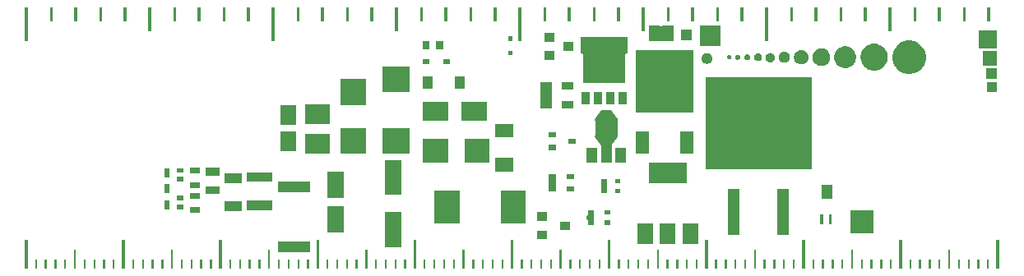
<source format=gbr>
%TF.GenerationSoftware,KiCad,Pcbnew,5.1.4+dfsg1-1*%
%TF.CreationDate,2019-10-24T16:44:30-07:00*%
%TF.ProjectId,PCB_Ruler,5043425f-5275-46c6-9572-2e6b69636164,rev?*%
%TF.SameCoordinates,Original*%
%TF.FileFunction,Soldermask,Top*%
%TF.FilePolarity,Negative*%
%FSLAX46Y46*%
G04 Gerber Fmt 4.6, Leading zero omitted, Abs format (unit mm)*
G04 Created by KiCad (PCBNEW 5.1.4+dfsg1-1) date 2019-10-24 16:44:30*
%MOMM*%
%LPD*%
G04 APERTURE LIST*
%ADD10C,0.100000*%
G04 APERTURE END LIST*
D10*
G36*
X141243000Y-94500000D02*
G01*
X141543000Y-94500000D01*
X141543000Y-93000000D01*
X141243000Y-93000000D01*
X141243000Y-94500000D01*
G37*
G36*
X143760000Y-94500000D02*
G01*
X144060000Y-94500000D01*
X144060000Y-93000000D01*
X143760000Y-93000000D01*
X143760000Y-94500000D01*
G37*
G36*
X136163000Y-94500000D02*
G01*
X136463000Y-94500000D01*
X136463000Y-93000000D01*
X136163000Y-93000000D01*
X136163000Y-94500000D01*
G37*
G36*
X138680000Y-94500000D02*
G01*
X138980000Y-94500000D01*
X138980000Y-93000000D01*
X138680000Y-93000000D01*
X138680000Y-94500000D01*
G37*
G36*
X133600000Y-95500000D02*
G01*
X133900000Y-95500000D01*
X133900000Y-93000000D01*
X133600000Y-93000000D01*
X133600000Y-95500000D01*
G37*
G36*
X125980000Y-94500000D02*
G01*
X126280000Y-94500000D01*
X126280000Y-93000000D01*
X125980000Y-93000000D01*
X125980000Y-94500000D01*
G37*
G36*
X123463000Y-94500000D02*
G01*
X123763000Y-94500000D01*
X123763000Y-93000000D01*
X123463000Y-93000000D01*
X123463000Y-94500000D01*
G37*
G36*
X120900000Y-96500000D02*
G01*
X121200000Y-96500000D01*
X121200000Y-93000000D01*
X120900000Y-93000000D01*
X120900000Y-96500000D01*
G37*
G36*
X131060000Y-94500000D02*
G01*
X131360000Y-94500000D01*
X131360000Y-93000000D01*
X131060000Y-93000000D01*
X131060000Y-94500000D01*
G37*
G36*
X128543000Y-94500000D02*
G01*
X128843000Y-94500000D01*
X128843000Y-93000000D01*
X128543000Y-93000000D01*
X128543000Y-94500000D01*
G37*
G36*
X103143000Y-94500000D02*
G01*
X103443000Y-94500000D01*
X103443000Y-93000000D01*
X103143000Y-93000000D01*
X103143000Y-94500000D01*
G37*
G36*
X105660000Y-94500000D02*
G01*
X105960000Y-94500000D01*
X105960000Y-93000000D01*
X105660000Y-93000000D01*
X105660000Y-94500000D01*
G37*
G36*
X95500000Y-96500000D02*
G01*
X95800000Y-96500000D01*
X95800000Y-93000000D01*
X95500000Y-93000000D01*
X95500000Y-96500000D01*
G37*
G36*
X98063000Y-94500000D02*
G01*
X98363000Y-94500000D01*
X98363000Y-93000000D01*
X98063000Y-93000000D01*
X98063000Y-94500000D01*
G37*
G36*
X100580000Y-94500000D02*
G01*
X100880000Y-94500000D01*
X100880000Y-93000000D01*
X100580000Y-93000000D01*
X100580000Y-94500000D01*
G37*
G36*
X108200000Y-95500000D02*
G01*
X108500000Y-95500000D01*
X108500000Y-93000000D01*
X108200000Y-93000000D01*
X108200000Y-95500000D01*
G37*
G36*
X113280000Y-94500000D02*
G01*
X113580000Y-94500000D01*
X113580000Y-93000000D01*
X113280000Y-93000000D01*
X113280000Y-94500000D01*
G37*
G36*
X110763000Y-94500000D02*
G01*
X111063000Y-94500000D01*
X111063000Y-93000000D01*
X110763000Y-93000000D01*
X110763000Y-94500000D01*
G37*
G36*
X118360000Y-94500000D02*
G01*
X118660000Y-94500000D01*
X118660000Y-93000000D01*
X118360000Y-93000000D01*
X118360000Y-94500000D01*
G37*
G36*
X115843000Y-94500000D02*
G01*
X116143000Y-94500000D01*
X116143000Y-93000000D01*
X115843000Y-93000000D01*
X115843000Y-94500000D01*
G37*
G36*
X90443000Y-94500000D02*
G01*
X90743000Y-94500000D01*
X90743000Y-93000000D01*
X90443000Y-93000000D01*
X90443000Y-94500000D01*
G37*
G36*
X92960000Y-94500000D02*
G01*
X93260000Y-94500000D01*
X93260000Y-93000000D01*
X92960000Y-93000000D01*
X92960000Y-94500000D01*
G37*
G36*
X85363000Y-94500000D02*
G01*
X85663000Y-94500000D01*
X85663000Y-93000000D01*
X85363000Y-93000000D01*
X85363000Y-94500000D01*
G37*
G36*
X87880000Y-94500000D02*
G01*
X88180000Y-94500000D01*
X88180000Y-93000000D01*
X87880000Y-93000000D01*
X87880000Y-94500000D01*
G37*
G36*
X82800000Y-95500000D02*
G01*
X83100000Y-95500000D01*
X83100000Y-93000000D01*
X82800000Y-93000000D01*
X82800000Y-95500000D01*
G37*
G36*
X75180000Y-94500000D02*
G01*
X75480000Y-94500000D01*
X75480000Y-93000000D01*
X75180000Y-93000000D01*
X75180000Y-94500000D01*
G37*
G36*
X72663000Y-94500000D02*
G01*
X72963000Y-94500000D01*
X72963000Y-93000000D01*
X72663000Y-93000000D01*
X72663000Y-94500000D01*
G37*
G36*
X70100000Y-96500000D02*
G01*
X70400000Y-96500000D01*
X70400000Y-93000000D01*
X70100000Y-93000000D01*
X70100000Y-96500000D01*
G37*
G36*
X80260000Y-94500000D02*
G01*
X80560000Y-94500000D01*
X80560000Y-93000000D01*
X80260000Y-93000000D01*
X80260000Y-94500000D01*
G37*
G36*
X77743000Y-94500000D02*
G01*
X78043000Y-94500000D01*
X78043000Y-93000000D01*
X77743000Y-93000000D01*
X77743000Y-94500000D01*
G37*
G36*
X160100000Y-120000000D02*
G01*
X160400000Y-120000000D01*
X160400000Y-117000000D01*
X160100000Y-117000000D01*
X160100000Y-120000000D01*
G37*
G36*
X161150000Y-120000000D02*
G01*
X161350000Y-120000000D01*
X161350000Y-119000000D01*
X161150000Y-119000000D01*
X161150000Y-120000000D01*
G37*
G36*
X162150000Y-120000000D02*
G01*
X162350000Y-120000000D01*
X162350000Y-119000000D01*
X162150000Y-119000000D01*
X162150000Y-120000000D01*
G37*
G36*
X163150000Y-120000000D02*
G01*
X163350000Y-120000000D01*
X163350000Y-119000000D01*
X163150000Y-119000000D01*
X163150000Y-120000000D01*
G37*
G36*
X165150000Y-120000000D02*
G01*
X165350000Y-120000000D01*
X165350000Y-118000000D01*
X165150000Y-118000000D01*
X165150000Y-120000000D01*
G37*
G36*
X164150000Y-120000000D02*
G01*
X164350000Y-120000000D01*
X164350000Y-119000000D01*
X164150000Y-119000000D01*
X164150000Y-120000000D01*
G37*
G36*
X166150000Y-120000000D02*
G01*
X166350000Y-120000000D01*
X166350000Y-119000000D01*
X166150000Y-119000000D01*
X166150000Y-120000000D01*
G37*
G36*
X167150000Y-120000000D02*
G01*
X167350000Y-120000000D01*
X167350000Y-119000000D01*
X167150000Y-119000000D01*
X167150000Y-120000000D01*
G37*
G36*
X168150000Y-120000000D02*
G01*
X168350000Y-120000000D01*
X168350000Y-119000000D01*
X168150000Y-119000000D01*
X168150000Y-120000000D01*
G37*
G36*
X169150000Y-120000000D02*
G01*
X169350000Y-120000000D01*
X169350000Y-119000000D01*
X169150000Y-119000000D01*
X169150000Y-120000000D01*
G37*
G36*
X170100000Y-120000000D02*
G01*
X170400000Y-120000000D01*
X170400000Y-117000000D01*
X170100000Y-117000000D01*
X170100000Y-120000000D01*
G37*
G36*
X160100000Y-120000000D02*
G01*
X160400000Y-120000000D01*
X160400000Y-117000000D01*
X160100000Y-117000000D01*
X160100000Y-120000000D01*
G37*
G36*
X159150000Y-120000000D02*
G01*
X159350000Y-120000000D01*
X159350000Y-119000000D01*
X159150000Y-119000000D01*
X159150000Y-120000000D01*
G37*
G36*
X158150000Y-120000000D02*
G01*
X158350000Y-120000000D01*
X158350000Y-119000000D01*
X158150000Y-119000000D01*
X158150000Y-120000000D01*
G37*
G36*
X157150000Y-120000000D02*
G01*
X157350000Y-120000000D01*
X157350000Y-119000000D01*
X157150000Y-119000000D01*
X157150000Y-120000000D01*
G37*
G36*
X156150000Y-120000000D02*
G01*
X156350000Y-120000000D01*
X156350000Y-119000000D01*
X156150000Y-119000000D01*
X156150000Y-120000000D01*
G37*
G36*
X154150000Y-120000000D02*
G01*
X154350000Y-120000000D01*
X154350000Y-119000000D01*
X154150000Y-119000000D01*
X154150000Y-120000000D01*
G37*
G36*
X155150000Y-120000000D02*
G01*
X155350000Y-120000000D01*
X155350000Y-118000000D01*
X155150000Y-118000000D01*
X155150000Y-120000000D01*
G37*
G36*
X153150000Y-120000000D02*
G01*
X153350000Y-120000000D01*
X153350000Y-119000000D01*
X153150000Y-119000000D01*
X153150000Y-120000000D01*
G37*
G36*
X152150000Y-120000000D02*
G01*
X152350000Y-120000000D01*
X152350000Y-119000000D01*
X152150000Y-119000000D01*
X152150000Y-120000000D01*
G37*
G36*
X151150000Y-120000000D02*
G01*
X151350000Y-120000000D01*
X151350000Y-119000000D01*
X151150000Y-119000000D01*
X151150000Y-120000000D01*
G37*
G36*
X150100000Y-120000000D02*
G01*
X150400000Y-120000000D01*
X150400000Y-117000000D01*
X150100000Y-117000000D01*
X150100000Y-120000000D01*
G37*
G36*
X140100000Y-120000000D02*
G01*
X140400000Y-120000000D01*
X140400000Y-117000000D01*
X140100000Y-117000000D01*
X140100000Y-120000000D01*
G37*
G36*
X141150000Y-120000000D02*
G01*
X141350000Y-120000000D01*
X141350000Y-119000000D01*
X141150000Y-119000000D01*
X141150000Y-120000000D01*
G37*
G36*
X142150000Y-120000000D02*
G01*
X142350000Y-120000000D01*
X142350000Y-119000000D01*
X142150000Y-119000000D01*
X142150000Y-120000000D01*
G37*
G36*
X143150000Y-120000000D02*
G01*
X143350000Y-120000000D01*
X143350000Y-119000000D01*
X143150000Y-119000000D01*
X143150000Y-120000000D01*
G37*
G36*
X145150000Y-120000000D02*
G01*
X145350000Y-120000000D01*
X145350000Y-118000000D01*
X145150000Y-118000000D01*
X145150000Y-120000000D01*
G37*
G36*
X144150000Y-120000000D02*
G01*
X144350000Y-120000000D01*
X144350000Y-119000000D01*
X144150000Y-119000000D01*
X144150000Y-120000000D01*
G37*
G36*
X146150000Y-120000000D02*
G01*
X146350000Y-120000000D01*
X146350000Y-119000000D01*
X146150000Y-119000000D01*
X146150000Y-120000000D01*
G37*
G36*
X147150000Y-120000000D02*
G01*
X147350000Y-120000000D01*
X147350000Y-119000000D01*
X147150000Y-119000000D01*
X147150000Y-120000000D01*
G37*
G36*
X148150000Y-120000000D02*
G01*
X148350000Y-120000000D01*
X148350000Y-119000000D01*
X148150000Y-119000000D01*
X148150000Y-120000000D01*
G37*
G36*
X149150000Y-120000000D02*
G01*
X149350000Y-120000000D01*
X149350000Y-119000000D01*
X149150000Y-119000000D01*
X149150000Y-120000000D01*
G37*
G36*
X150100000Y-120000000D02*
G01*
X150400000Y-120000000D01*
X150400000Y-117000000D01*
X150100000Y-117000000D01*
X150100000Y-120000000D01*
G37*
G36*
X130100000Y-120000000D02*
G01*
X130400000Y-120000000D01*
X130400000Y-117000000D01*
X130100000Y-117000000D01*
X130100000Y-120000000D01*
G37*
G36*
X131150000Y-120000000D02*
G01*
X131350000Y-120000000D01*
X131350000Y-119000000D01*
X131150000Y-119000000D01*
X131150000Y-120000000D01*
G37*
G36*
X132150000Y-120000000D02*
G01*
X132350000Y-120000000D01*
X132350000Y-119000000D01*
X132150000Y-119000000D01*
X132150000Y-120000000D01*
G37*
G36*
X133150000Y-120000000D02*
G01*
X133350000Y-120000000D01*
X133350000Y-119000000D01*
X133150000Y-119000000D01*
X133150000Y-120000000D01*
G37*
G36*
X135150000Y-120000000D02*
G01*
X135350000Y-120000000D01*
X135350000Y-118000000D01*
X135150000Y-118000000D01*
X135150000Y-120000000D01*
G37*
G36*
X134150000Y-120000000D02*
G01*
X134350000Y-120000000D01*
X134350000Y-119000000D01*
X134150000Y-119000000D01*
X134150000Y-120000000D01*
G37*
G36*
X136150000Y-120000000D02*
G01*
X136350000Y-120000000D01*
X136350000Y-119000000D01*
X136150000Y-119000000D01*
X136150000Y-120000000D01*
G37*
G36*
X137150000Y-120000000D02*
G01*
X137350000Y-120000000D01*
X137350000Y-119000000D01*
X137150000Y-119000000D01*
X137150000Y-120000000D01*
G37*
G36*
X138150000Y-120000000D02*
G01*
X138350000Y-120000000D01*
X138350000Y-119000000D01*
X138150000Y-119000000D01*
X138150000Y-120000000D01*
G37*
G36*
X139150000Y-120000000D02*
G01*
X139350000Y-120000000D01*
X139350000Y-119000000D01*
X139150000Y-119000000D01*
X139150000Y-120000000D01*
G37*
G36*
X140100000Y-120000000D02*
G01*
X140400000Y-120000000D01*
X140400000Y-117000000D01*
X140100000Y-117000000D01*
X140100000Y-120000000D01*
G37*
G36*
X130100000Y-120000000D02*
G01*
X130400000Y-120000000D01*
X130400000Y-117000000D01*
X130100000Y-117000000D01*
X130100000Y-120000000D01*
G37*
G36*
X129150000Y-120000000D02*
G01*
X129350000Y-120000000D01*
X129350000Y-119000000D01*
X129150000Y-119000000D01*
X129150000Y-120000000D01*
G37*
G36*
X128150000Y-120000000D02*
G01*
X128350000Y-120000000D01*
X128350000Y-119000000D01*
X128150000Y-119000000D01*
X128150000Y-120000000D01*
G37*
G36*
X127150000Y-120000000D02*
G01*
X127350000Y-120000000D01*
X127350000Y-119000000D01*
X127150000Y-119000000D01*
X127150000Y-120000000D01*
G37*
G36*
X126150000Y-120000000D02*
G01*
X126350000Y-120000000D01*
X126350000Y-119000000D01*
X126150000Y-119000000D01*
X126150000Y-120000000D01*
G37*
G36*
X124150000Y-120000000D02*
G01*
X124350000Y-120000000D01*
X124350000Y-119000000D01*
X124150000Y-119000000D01*
X124150000Y-120000000D01*
G37*
G36*
X125150000Y-120000000D02*
G01*
X125350000Y-120000000D01*
X125350000Y-118000000D01*
X125150000Y-118000000D01*
X125150000Y-120000000D01*
G37*
G36*
X123150000Y-120000000D02*
G01*
X123350000Y-120000000D01*
X123350000Y-119000000D01*
X123150000Y-119000000D01*
X123150000Y-120000000D01*
G37*
G36*
X122150000Y-120000000D02*
G01*
X122350000Y-120000000D01*
X122350000Y-119000000D01*
X122150000Y-119000000D01*
X122150000Y-120000000D01*
G37*
G36*
X121150000Y-120000000D02*
G01*
X121350000Y-120000000D01*
X121350000Y-119000000D01*
X121150000Y-119000000D01*
X121150000Y-120000000D01*
G37*
G36*
X120100000Y-120000000D02*
G01*
X120400000Y-120000000D01*
X120400000Y-117000000D01*
X120100000Y-117000000D01*
X120100000Y-120000000D01*
G37*
G36*
X120100000Y-120000000D02*
G01*
X120400000Y-120000000D01*
X120400000Y-117000000D01*
X120100000Y-117000000D01*
X120100000Y-120000000D01*
G37*
G36*
X119150000Y-120000000D02*
G01*
X119350000Y-120000000D01*
X119350000Y-119000000D01*
X119150000Y-119000000D01*
X119150000Y-120000000D01*
G37*
G36*
X118150000Y-120000000D02*
G01*
X118350000Y-120000000D01*
X118350000Y-119000000D01*
X118150000Y-119000000D01*
X118150000Y-120000000D01*
G37*
G36*
X117150000Y-120000000D02*
G01*
X117350000Y-120000000D01*
X117350000Y-119000000D01*
X117150000Y-119000000D01*
X117150000Y-120000000D01*
G37*
G36*
X116150000Y-120000000D02*
G01*
X116350000Y-120000000D01*
X116350000Y-119000000D01*
X116150000Y-119000000D01*
X116150000Y-120000000D01*
G37*
G36*
X114150000Y-120000000D02*
G01*
X114350000Y-120000000D01*
X114350000Y-119000000D01*
X114150000Y-119000000D01*
X114150000Y-120000000D01*
G37*
G36*
X115150000Y-120000000D02*
G01*
X115350000Y-120000000D01*
X115350000Y-118000000D01*
X115150000Y-118000000D01*
X115150000Y-120000000D01*
G37*
G36*
X113150000Y-120000000D02*
G01*
X113350000Y-120000000D01*
X113350000Y-119000000D01*
X113150000Y-119000000D01*
X113150000Y-120000000D01*
G37*
G36*
X112150000Y-120000000D02*
G01*
X112350000Y-120000000D01*
X112350000Y-119000000D01*
X112150000Y-119000000D01*
X112150000Y-120000000D01*
G37*
G36*
X111150000Y-120000000D02*
G01*
X111350000Y-120000000D01*
X111350000Y-119000000D01*
X111150000Y-119000000D01*
X111150000Y-120000000D01*
G37*
G36*
X110100000Y-120000000D02*
G01*
X110400000Y-120000000D01*
X110400000Y-117000000D01*
X110100000Y-117000000D01*
X110100000Y-120000000D01*
G37*
G36*
X100100000Y-120000000D02*
G01*
X100400000Y-120000000D01*
X100400000Y-117000000D01*
X100100000Y-117000000D01*
X100100000Y-120000000D01*
G37*
G36*
X101150000Y-120000000D02*
G01*
X101350000Y-120000000D01*
X101350000Y-119000000D01*
X101150000Y-119000000D01*
X101150000Y-120000000D01*
G37*
G36*
X102150000Y-120000000D02*
G01*
X102350000Y-120000000D01*
X102350000Y-119000000D01*
X102150000Y-119000000D01*
X102150000Y-120000000D01*
G37*
G36*
X103150000Y-120000000D02*
G01*
X103350000Y-120000000D01*
X103350000Y-119000000D01*
X103150000Y-119000000D01*
X103150000Y-120000000D01*
G37*
G36*
X105150000Y-120000000D02*
G01*
X105350000Y-120000000D01*
X105350000Y-118000000D01*
X105150000Y-118000000D01*
X105150000Y-120000000D01*
G37*
G36*
X104150000Y-120000000D02*
G01*
X104350000Y-120000000D01*
X104350000Y-119000000D01*
X104150000Y-119000000D01*
X104150000Y-120000000D01*
G37*
G36*
X106150000Y-120000000D02*
G01*
X106350000Y-120000000D01*
X106350000Y-119000000D01*
X106150000Y-119000000D01*
X106150000Y-120000000D01*
G37*
G36*
X107150000Y-120000000D02*
G01*
X107350000Y-120000000D01*
X107350000Y-119000000D01*
X107150000Y-119000000D01*
X107150000Y-120000000D01*
G37*
G36*
X108150000Y-120000000D02*
G01*
X108350000Y-120000000D01*
X108350000Y-119000000D01*
X108150000Y-119000000D01*
X108150000Y-120000000D01*
G37*
G36*
X109150000Y-120000000D02*
G01*
X109350000Y-120000000D01*
X109350000Y-119000000D01*
X109150000Y-119000000D01*
X109150000Y-120000000D01*
G37*
G36*
X110100000Y-120000000D02*
G01*
X110400000Y-120000000D01*
X110400000Y-117000000D01*
X110100000Y-117000000D01*
X110100000Y-120000000D01*
G37*
G36*
X90100000Y-120000000D02*
G01*
X90400000Y-120000000D01*
X90400000Y-117000000D01*
X90100000Y-117000000D01*
X90100000Y-120000000D01*
G37*
G36*
X91150000Y-120000000D02*
G01*
X91350000Y-120000000D01*
X91350000Y-119000000D01*
X91150000Y-119000000D01*
X91150000Y-120000000D01*
G37*
G36*
X92150000Y-120000000D02*
G01*
X92350000Y-120000000D01*
X92350000Y-119000000D01*
X92150000Y-119000000D01*
X92150000Y-120000000D01*
G37*
G36*
X93150000Y-120000000D02*
G01*
X93350000Y-120000000D01*
X93350000Y-119000000D01*
X93150000Y-119000000D01*
X93150000Y-120000000D01*
G37*
G36*
X95150000Y-120000000D02*
G01*
X95350000Y-120000000D01*
X95350000Y-118000000D01*
X95150000Y-118000000D01*
X95150000Y-120000000D01*
G37*
G36*
X94150000Y-120000000D02*
G01*
X94350000Y-120000000D01*
X94350000Y-119000000D01*
X94150000Y-119000000D01*
X94150000Y-120000000D01*
G37*
G36*
X96150000Y-120000000D02*
G01*
X96350000Y-120000000D01*
X96350000Y-119000000D01*
X96150000Y-119000000D01*
X96150000Y-120000000D01*
G37*
G36*
X97150000Y-120000000D02*
G01*
X97350000Y-120000000D01*
X97350000Y-119000000D01*
X97150000Y-119000000D01*
X97150000Y-120000000D01*
G37*
G36*
X98150000Y-120000000D02*
G01*
X98350000Y-120000000D01*
X98350000Y-119000000D01*
X98150000Y-119000000D01*
X98150000Y-120000000D01*
G37*
G36*
X99150000Y-120000000D02*
G01*
X99350000Y-120000000D01*
X99350000Y-119000000D01*
X99150000Y-119000000D01*
X99150000Y-120000000D01*
G37*
G36*
X100100000Y-120000000D02*
G01*
X100400000Y-120000000D01*
X100400000Y-117000000D01*
X100100000Y-117000000D01*
X100100000Y-120000000D01*
G37*
G36*
X90100000Y-120000000D02*
G01*
X90400000Y-120000000D01*
X90400000Y-117000000D01*
X90100000Y-117000000D01*
X90100000Y-120000000D01*
G37*
G36*
X89150000Y-120000000D02*
G01*
X89350000Y-120000000D01*
X89350000Y-119000000D01*
X89150000Y-119000000D01*
X89150000Y-120000000D01*
G37*
G36*
X88150000Y-120000000D02*
G01*
X88350000Y-120000000D01*
X88350000Y-119000000D01*
X88150000Y-119000000D01*
X88150000Y-120000000D01*
G37*
G36*
X87150000Y-120000000D02*
G01*
X87350000Y-120000000D01*
X87350000Y-119000000D01*
X87150000Y-119000000D01*
X87150000Y-120000000D01*
G37*
G36*
X86150000Y-120000000D02*
G01*
X86350000Y-120000000D01*
X86350000Y-119000000D01*
X86150000Y-119000000D01*
X86150000Y-120000000D01*
G37*
G36*
X84150000Y-120000000D02*
G01*
X84350000Y-120000000D01*
X84350000Y-119000000D01*
X84150000Y-119000000D01*
X84150000Y-120000000D01*
G37*
G36*
X85150000Y-120000000D02*
G01*
X85350000Y-120000000D01*
X85350000Y-118000000D01*
X85150000Y-118000000D01*
X85150000Y-120000000D01*
G37*
G36*
X83150000Y-120000000D02*
G01*
X83350000Y-120000000D01*
X83350000Y-119000000D01*
X83150000Y-119000000D01*
X83150000Y-120000000D01*
G37*
G36*
X82150000Y-120000000D02*
G01*
X82350000Y-120000000D01*
X82350000Y-119000000D01*
X82150000Y-119000000D01*
X82150000Y-120000000D01*
G37*
G36*
X81150000Y-120000000D02*
G01*
X81350000Y-120000000D01*
X81350000Y-119000000D01*
X81150000Y-119000000D01*
X81150000Y-120000000D01*
G37*
G36*
X80100000Y-120000000D02*
G01*
X80400000Y-120000000D01*
X80400000Y-117000000D01*
X80100000Y-117000000D01*
X80100000Y-120000000D01*
G37*
G36*
X80100000Y-120000000D02*
G01*
X80400000Y-120000000D01*
X80400000Y-117000000D01*
X80100000Y-117000000D01*
X80100000Y-120000000D01*
G37*
G36*
X79150000Y-120000000D02*
G01*
X79350000Y-120000000D01*
X79350000Y-119000000D01*
X79150000Y-119000000D01*
X79150000Y-120000000D01*
G37*
G36*
X78150000Y-120000000D02*
G01*
X78350000Y-120000000D01*
X78350000Y-119000000D01*
X78150000Y-119000000D01*
X78150000Y-120000000D01*
G37*
G36*
X77150000Y-120000000D02*
G01*
X77350000Y-120000000D01*
X77350000Y-119000000D01*
X77150000Y-119000000D01*
X77150000Y-120000000D01*
G37*
G36*
X76150000Y-120000000D02*
G01*
X76350000Y-120000000D01*
X76350000Y-119000000D01*
X76150000Y-119000000D01*
X76150000Y-120000000D01*
G37*
G36*
X74150000Y-120000000D02*
G01*
X74350000Y-120000000D01*
X74350000Y-119000000D01*
X74150000Y-119000000D01*
X74150000Y-120000000D01*
G37*
G36*
X75150000Y-120000000D02*
G01*
X75350000Y-120000000D01*
X75350000Y-118000000D01*
X75150000Y-118000000D01*
X75150000Y-120000000D01*
G37*
G36*
X73150000Y-120000000D02*
G01*
X73350000Y-120000000D01*
X73350000Y-119000000D01*
X73150000Y-119000000D01*
X73150000Y-120000000D01*
G37*
G36*
X72150000Y-120000000D02*
G01*
X72350000Y-120000000D01*
X72350000Y-119000000D01*
X72150000Y-119000000D01*
X72150000Y-120000000D01*
G37*
G36*
X71150000Y-120000000D02*
G01*
X71350000Y-120000000D01*
X71350000Y-119000000D01*
X71150000Y-119000000D01*
X71150000Y-120000000D01*
G37*
G36*
X70100000Y-120000000D02*
G01*
X70400000Y-120000000D01*
X70400000Y-117000000D01*
X70100000Y-117000000D01*
X70100000Y-120000000D01*
G37*
G36*
X153943000Y-94500000D02*
G01*
X154243000Y-94500000D01*
X154243000Y-93000000D01*
X153943000Y-93000000D01*
X153943000Y-94500000D01*
G37*
G36*
X156460000Y-94500000D02*
G01*
X156760000Y-94500000D01*
X156760000Y-93000000D01*
X156460000Y-93000000D01*
X156460000Y-94500000D01*
G37*
G36*
X146300000Y-96500000D02*
G01*
X146600000Y-96500000D01*
X146600000Y-93000000D01*
X146300000Y-93000000D01*
X146300000Y-96500000D01*
G37*
G36*
X148863000Y-94500000D02*
G01*
X149163000Y-94500000D01*
X149163000Y-93000000D01*
X148863000Y-93000000D01*
X148863000Y-94500000D01*
G37*
G36*
X151380000Y-94500000D02*
G01*
X151680000Y-94500000D01*
X151680000Y-93000000D01*
X151380000Y-93000000D01*
X151380000Y-94500000D01*
G37*
G36*
X159000000Y-95500000D02*
G01*
X159300000Y-95500000D01*
X159300000Y-93000000D01*
X159000000Y-93000000D01*
X159000000Y-95500000D01*
G37*
G36*
X164080000Y-94500000D02*
G01*
X164380000Y-94500000D01*
X164380000Y-93000000D01*
X164080000Y-93000000D01*
X164080000Y-94500000D01*
G37*
G36*
X161563000Y-94500000D02*
G01*
X161863000Y-94500000D01*
X161863000Y-93000000D01*
X161563000Y-93000000D01*
X161563000Y-94500000D01*
G37*
G36*
X169160000Y-94500000D02*
G01*
X169460000Y-94500000D01*
X169460000Y-93000000D01*
X169160000Y-93000000D01*
X169160000Y-94500000D01*
G37*
G36*
X166643000Y-94500000D02*
G01*
X166943000Y-94500000D01*
X166943000Y-93000000D01*
X166643000Y-93000000D01*
X166643000Y-94500000D01*
G37*
G36*
X99421000Y-118281000D02*
G01*
X96119000Y-118281000D01*
X96119000Y-117179000D01*
X99421000Y-117179000D01*
X99421000Y-118281000D01*
X99421000Y-118281000D01*
G37*
G36*
X108831000Y-117751000D02*
G01*
X107129000Y-117751000D01*
X107129000Y-114149000D01*
X108831000Y-114149000D01*
X108831000Y-117751000D01*
X108831000Y-117751000D01*
G37*
G36*
X139381000Y-117441000D02*
G01*
X137779000Y-117441000D01*
X137779000Y-115339000D01*
X139381000Y-115339000D01*
X139381000Y-117441000D01*
X139381000Y-117441000D01*
G37*
G36*
X134781000Y-117441000D02*
G01*
X133179000Y-117441000D01*
X133179000Y-115339000D01*
X134781000Y-115339000D01*
X134781000Y-117441000D01*
X134781000Y-117441000D01*
G37*
G36*
X137081000Y-117441000D02*
G01*
X135479000Y-117441000D01*
X135479000Y-115339000D01*
X137081000Y-115339000D01*
X137081000Y-117441000D01*
X137081000Y-117441000D01*
G37*
G36*
X123841000Y-116951000D02*
G01*
X122839000Y-116951000D01*
X122839000Y-116049000D01*
X123841000Y-116049000D01*
X123841000Y-116951000D01*
X123841000Y-116951000D01*
G37*
G36*
X148766000Y-116476000D02*
G01*
X147564000Y-116476000D01*
X147564000Y-111774000D01*
X148766000Y-111774000D01*
X148766000Y-116476000D01*
X148766000Y-116476000D01*
G37*
G36*
X143686000Y-116476000D02*
G01*
X142484000Y-116476000D01*
X142484000Y-111774000D01*
X143686000Y-111774000D01*
X143686000Y-116476000D01*
X143686000Y-116476000D01*
G37*
G36*
X157466000Y-116341000D02*
G01*
X155064000Y-116341000D01*
X155064000Y-113939000D01*
X157466000Y-113939000D01*
X157466000Y-116341000D01*
X157466000Y-116341000D01*
G37*
G36*
X102961000Y-116251000D02*
G01*
X101259000Y-116251000D01*
X101259000Y-113549000D01*
X102961000Y-113549000D01*
X102961000Y-116251000D01*
X102961000Y-116251000D01*
G37*
G36*
X126241000Y-116001000D02*
G01*
X125239000Y-116001000D01*
X125239000Y-115099000D01*
X126241000Y-115099000D01*
X126241000Y-116001000D01*
X126241000Y-116001000D01*
G37*
G36*
X130361000Y-115491000D02*
G01*
X129759000Y-115491000D01*
X129759000Y-115009000D01*
X130361000Y-115009000D01*
X130361000Y-115491000D01*
X130361000Y-115491000D01*
G37*
G36*
X128661000Y-114503048D02*
G01*
X128658402Y-114511613D01*
X128656000Y-114535999D01*
X128656000Y-114884001D01*
X128658402Y-114908387D01*
X128661000Y-114916952D01*
X128661000Y-115491000D01*
X128059000Y-115491000D01*
X128059000Y-115035999D01*
X128056598Y-115011613D01*
X128049485Y-114988164D01*
X128037934Y-114966553D01*
X128022389Y-114947611D01*
X128003447Y-114932066D01*
X127981836Y-114920515D01*
X127958387Y-114913402D01*
X127934001Y-114911000D01*
X127904000Y-114911000D01*
X127904000Y-114509000D01*
X127934001Y-114509000D01*
X127958387Y-114506598D01*
X127981836Y-114499485D01*
X128003447Y-114487934D01*
X128022389Y-114472389D01*
X128037934Y-114453447D01*
X128049485Y-114431836D01*
X128056598Y-114408387D01*
X128059000Y-114384001D01*
X128059000Y-113929000D01*
X128661000Y-113929000D01*
X128661000Y-114503048D01*
X128661000Y-114503048D01*
G37*
G36*
X152271000Y-115401000D02*
G01*
X151969000Y-115401000D01*
X151969000Y-114399000D01*
X152271000Y-114399000D01*
X152271000Y-115401000D01*
X152271000Y-115401000D01*
G37*
G36*
X153171000Y-115401000D02*
G01*
X152869000Y-115401000D01*
X152869000Y-114399000D01*
X153171000Y-114399000D01*
X153171000Y-115401000D01*
X153171000Y-115401000D01*
G37*
G36*
X114881000Y-115311000D02*
G01*
X112279000Y-115311000D01*
X112279000Y-111909000D01*
X114881000Y-111909000D01*
X114881000Y-115311000D01*
X114881000Y-115311000D01*
G37*
G36*
X121681000Y-115311000D02*
G01*
X119079000Y-115311000D01*
X119079000Y-111909000D01*
X121681000Y-111909000D01*
X121681000Y-115311000D01*
X121681000Y-115311000D01*
G37*
G36*
X123841000Y-115051000D02*
G01*
X122839000Y-115051000D01*
X122839000Y-114149000D01*
X123841000Y-114149000D01*
X123841000Y-115051000D01*
X123841000Y-115051000D01*
G37*
G36*
X130361000Y-114411000D02*
G01*
X129759000Y-114411000D01*
X129759000Y-113929000D01*
X130361000Y-113929000D01*
X130361000Y-114411000D01*
X130361000Y-114411000D01*
G37*
G36*
X88121000Y-114241000D02*
G01*
X87119000Y-114241000D01*
X87119000Y-113639000D01*
X88121000Y-113639000D01*
X88121000Y-114241000D01*
X88121000Y-114241000D01*
G37*
G36*
X92421000Y-114051000D02*
G01*
X90619000Y-114051000D01*
X90619000Y-113049000D01*
X92421000Y-113049000D01*
X92421000Y-114051000D01*
X92421000Y-114051000D01*
G37*
G36*
X95581000Y-113921000D02*
G01*
X92979000Y-113921000D01*
X92979000Y-112919000D01*
X95581000Y-112919000D01*
X95581000Y-113921000D01*
X95581000Y-113921000D01*
G37*
G36*
X86457000Y-113870000D02*
G01*
X85755000Y-113870000D01*
X85755000Y-113368000D01*
X86457000Y-113368000D01*
X86457000Y-113870000D01*
X86457000Y-113870000D01*
G37*
G36*
X85000400Y-113835400D02*
G01*
X84468400Y-113835400D01*
X84468400Y-112933400D01*
X85000400Y-112933400D01*
X85000400Y-113835400D01*
X85000400Y-113835400D01*
G37*
G36*
X86457000Y-112970000D02*
G01*
X85755000Y-112970000D01*
X85755000Y-112468000D01*
X86457000Y-112468000D01*
X86457000Y-112970000D01*
X86457000Y-112970000D01*
G37*
G36*
X88121000Y-112741000D02*
G01*
X87119000Y-112741000D01*
X87119000Y-112139000D01*
X88121000Y-112139000D01*
X88121000Y-112741000D01*
X88121000Y-112741000D01*
G37*
G36*
X153256000Y-112736000D02*
G01*
X152144000Y-112736000D01*
X152144000Y-111364000D01*
X153256000Y-111364000D01*
X153256000Y-112736000D01*
X153256000Y-112736000D01*
G37*
G36*
X102961000Y-112651000D02*
G01*
X101259000Y-112651000D01*
X101259000Y-109949000D01*
X102961000Y-109949000D01*
X102961000Y-112651000D01*
X102961000Y-112651000D01*
G37*
G36*
X108831000Y-112351000D02*
G01*
X107129000Y-112351000D01*
X107129000Y-108749000D01*
X108831000Y-108749000D01*
X108831000Y-112351000D01*
X108831000Y-112351000D01*
G37*
G36*
X90109000Y-112292800D02*
G01*
X88707000Y-112292800D01*
X88707000Y-111490800D01*
X90109000Y-111490800D01*
X90109000Y-112292800D01*
X90109000Y-112292800D01*
G37*
G36*
X84975000Y-112165000D02*
G01*
X84443000Y-112165000D01*
X84443000Y-111263000D01*
X84975000Y-111263000D01*
X84975000Y-112165000D01*
X84975000Y-112165000D01*
G37*
G36*
X131396000Y-112161000D02*
G01*
X130844000Y-112161000D01*
X130844000Y-111759000D01*
X131396000Y-111759000D01*
X131396000Y-112161000D01*
X131396000Y-112161000D01*
G37*
G36*
X129996000Y-112161000D02*
G01*
X129444000Y-112161000D01*
X129444000Y-110759000D01*
X129996000Y-110759000D01*
X129996000Y-112161000D01*
X129996000Y-112161000D01*
G37*
G36*
X99421000Y-112081000D02*
G01*
X96119000Y-112081000D01*
X96119000Y-110979000D01*
X99421000Y-110979000D01*
X99421000Y-112081000D01*
X99421000Y-112081000D01*
G37*
G36*
X124766000Y-112031000D02*
G01*
X124014000Y-112031000D01*
X124014000Y-110229000D01*
X124766000Y-110229000D01*
X124766000Y-112031000D01*
X124766000Y-112031000D01*
G37*
G36*
X126666000Y-112031000D02*
G01*
X125914000Y-112031000D01*
X125914000Y-111529000D01*
X126666000Y-111529000D01*
X126666000Y-112031000D01*
X126666000Y-112031000D01*
G37*
G36*
X88131000Y-111684800D02*
G01*
X87129000Y-111684800D01*
X87129000Y-111082800D01*
X88131000Y-111082800D01*
X88131000Y-111684800D01*
X88131000Y-111684800D01*
G37*
G36*
X131396000Y-111161000D02*
G01*
X130844000Y-111161000D01*
X130844000Y-110759000D01*
X131396000Y-110759000D01*
X131396000Y-111161000D01*
X131396000Y-111161000D01*
G37*
G36*
X92421000Y-111151000D02*
G01*
X90619000Y-111151000D01*
X90619000Y-110149000D01*
X92421000Y-110149000D01*
X92421000Y-111151000D01*
X92421000Y-111151000D01*
G37*
G36*
X138231000Y-111141000D02*
G01*
X134329000Y-111141000D01*
X134329000Y-109039000D01*
X138231000Y-109039000D01*
X138231000Y-111141000D01*
X138231000Y-111141000D01*
G37*
G36*
X95581000Y-111021000D02*
G01*
X92979000Y-111021000D01*
X92979000Y-110019000D01*
X95581000Y-110019000D01*
X95581000Y-111021000D01*
X95581000Y-111021000D01*
G37*
G36*
X86457000Y-110999800D02*
G01*
X85755000Y-110999800D01*
X85755000Y-110497800D01*
X86457000Y-110497800D01*
X86457000Y-110999800D01*
X86457000Y-110999800D01*
G37*
G36*
X126666000Y-110731000D02*
G01*
X125914000Y-110731000D01*
X125914000Y-110229000D01*
X126666000Y-110229000D01*
X126666000Y-110731000D01*
X126666000Y-110731000D01*
G37*
G36*
X84975000Y-110539400D02*
G01*
X84443000Y-110539400D01*
X84443000Y-109637400D01*
X84975000Y-109637400D01*
X84975000Y-110539400D01*
X84975000Y-110539400D01*
G37*
G36*
X90109000Y-110392800D02*
G01*
X88707000Y-110392800D01*
X88707000Y-109590800D01*
X90109000Y-109590800D01*
X90109000Y-110392800D01*
X90109000Y-110392800D01*
G37*
G36*
X88131000Y-110184800D02*
G01*
X87129000Y-110184800D01*
X87129000Y-109582800D01*
X88131000Y-109582800D01*
X88131000Y-110184800D01*
X88131000Y-110184800D01*
G37*
G36*
X86457000Y-110099800D02*
G01*
X85755000Y-110099800D01*
X85755000Y-109597800D01*
X86457000Y-109597800D01*
X86457000Y-110099800D01*
X86457000Y-110099800D01*
G37*
G36*
X120351000Y-109961000D02*
G01*
X118549000Y-109961000D01*
X118549000Y-108559000D01*
X120351000Y-108559000D01*
X120351000Y-109961000D01*
X120351000Y-109961000D01*
G37*
G36*
X151076000Y-109726000D02*
G01*
X140174000Y-109726000D01*
X140174000Y-100224000D01*
X151076000Y-100224000D01*
X151076000Y-109726000D01*
X151076000Y-109726000D01*
G37*
G36*
X131040958Y-104442586D02*
G01*
X131056983Y-104461123D01*
X131076317Y-104476178D01*
X131098216Y-104487172D01*
X131111000Y-104490695D01*
X131111000Y-104502139D01*
X131113402Y-104526525D01*
X131120515Y-104549974D01*
X131133879Y-104574224D01*
X131171450Y-104627449D01*
X131166553Y-104630066D01*
X131147611Y-104645611D01*
X131132066Y-104664553D01*
X131120515Y-104686164D01*
X131113402Y-104709613D01*
X131111000Y-104733999D01*
X131111000Y-106200201D01*
X131113402Y-106224587D01*
X131120515Y-106248036D01*
X131132066Y-106269647D01*
X131147611Y-106288589D01*
X131166553Y-106304134D01*
X131171026Y-106306525D01*
X131133596Y-106359996D01*
X131121579Y-106381351D01*
X131113959Y-106404640D01*
X131111000Y-106431678D01*
X131111000Y-106442644D01*
X131096590Y-106447015D01*
X131074979Y-106458566D01*
X131056037Y-106474111D01*
X131042022Y-106490817D01*
X130533596Y-107217140D01*
X130521579Y-107238495D01*
X130513959Y-107261784D01*
X130511000Y-107288822D01*
X130511000Y-109084500D01*
X129409000Y-109084500D01*
X129409000Y-107288822D01*
X129406598Y-107264436D01*
X129399485Y-107240987D01*
X129386404Y-107217140D01*
X128877978Y-106490817D01*
X128862026Y-106472216D01*
X128842752Y-106457085D01*
X128820896Y-106446005D01*
X128809000Y-106442676D01*
X128809000Y-106431678D01*
X128806598Y-106407292D01*
X128799485Y-106383843D01*
X128786404Y-106359996D01*
X128748974Y-106306525D01*
X128753447Y-106304134D01*
X128772389Y-106288589D01*
X128787934Y-106269647D01*
X128799485Y-106248036D01*
X128806598Y-106224587D01*
X128809000Y-106200201D01*
X128809000Y-104733999D01*
X128806598Y-104709613D01*
X128799485Y-104686164D01*
X128787934Y-104664553D01*
X128772389Y-104645611D01*
X128753447Y-104630066D01*
X128748550Y-104627449D01*
X128786121Y-104574224D01*
X128798222Y-104552916D01*
X128805933Y-104529657D01*
X128809000Y-104502139D01*
X128809000Y-104490765D01*
X128824757Y-104485985D01*
X128846368Y-104474434D01*
X128865310Y-104458889D01*
X128879042Y-104442586D01*
X129433574Y-103657000D01*
X130486426Y-103657000D01*
X131040958Y-104442586D01*
X131040958Y-104442586D01*
G37*
G36*
X132011000Y-109081000D02*
G01*
X130909000Y-109081000D01*
X130909000Y-107479000D01*
X132011000Y-107479000D01*
X132011000Y-109081000D01*
X132011000Y-109081000D01*
G37*
G36*
X129011000Y-109081000D02*
G01*
X127909000Y-109081000D01*
X127909000Y-107479000D01*
X129011000Y-107479000D01*
X129011000Y-109081000D01*
X129011000Y-109081000D01*
G37*
G36*
X113641000Y-109031000D02*
G01*
X111039000Y-109031000D01*
X111039000Y-106629000D01*
X113641000Y-106629000D01*
X113641000Y-109031000D01*
X113641000Y-109031000D01*
G37*
G36*
X117941000Y-109031000D02*
G01*
X115339000Y-109031000D01*
X115339000Y-106629000D01*
X117941000Y-106629000D01*
X117941000Y-109031000D01*
X117941000Y-109031000D01*
G37*
G36*
X101521000Y-108141000D02*
G01*
X98919000Y-108141000D01*
X98919000Y-106089000D01*
X101521000Y-106089000D01*
X101521000Y-108141000D01*
X101521000Y-108141000D01*
G37*
G36*
X105181000Y-108136000D02*
G01*
X102579000Y-108136000D01*
X102579000Y-105484000D01*
X105181000Y-105484000D01*
X105181000Y-108136000D01*
X105181000Y-108136000D01*
G37*
G36*
X109681000Y-108121000D02*
G01*
X106879000Y-108121000D01*
X106879000Y-105469000D01*
X109681000Y-105469000D01*
X109681000Y-108121000D01*
X109681000Y-108121000D01*
G37*
G36*
X138891000Y-108111000D02*
G01*
X137589000Y-108111000D01*
X137589000Y-105809000D01*
X138891000Y-105809000D01*
X138891000Y-108111000D01*
X138891000Y-108111000D01*
G37*
G36*
X134331000Y-108111000D02*
G01*
X133029000Y-108111000D01*
X133029000Y-105809000D01*
X134331000Y-105809000D01*
X134331000Y-108111000D01*
X134331000Y-108111000D01*
G37*
G36*
X98021000Y-107891000D02*
G01*
X96419000Y-107891000D01*
X96419000Y-105839000D01*
X98021000Y-105839000D01*
X98021000Y-107891000D01*
X98021000Y-107891000D01*
G37*
G36*
X124811000Y-107756000D02*
G01*
X124009000Y-107756000D01*
X124009000Y-107204000D01*
X124811000Y-107204000D01*
X124811000Y-107756000D01*
X124811000Y-107756000D01*
G37*
G36*
X126811000Y-107106000D02*
G01*
X126009000Y-107106000D01*
X126009000Y-106554000D01*
X126811000Y-106554000D01*
X126811000Y-107106000D01*
X126811000Y-107106000D01*
G37*
G36*
X120351000Y-106461000D02*
G01*
X118549000Y-106461000D01*
X118549000Y-105059000D01*
X120351000Y-105059000D01*
X120351000Y-106461000D01*
X120351000Y-106461000D01*
G37*
G36*
X124811000Y-106456000D02*
G01*
X124009000Y-106456000D01*
X124009000Y-105904000D01*
X124811000Y-105904000D01*
X124811000Y-106456000D01*
X124811000Y-106456000D01*
G37*
G36*
X98021000Y-105141000D02*
G01*
X96419000Y-105141000D01*
X96419000Y-103089000D01*
X98021000Y-103089000D01*
X98021000Y-105141000D01*
X98021000Y-105141000D01*
G37*
G36*
X101521000Y-105091000D02*
G01*
X98919000Y-105091000D01*
X98919000Y-103039000D01*
X101521000Y-103039000D01*
X101521000Y-105091000D01*
X101521000Y-105091000D01*
G37*
G36*
X113641000Y-104721000D02*
G01*
X111039000Y-104721000D01*
X111039000Y-102819000D01*
X113641000Y-102819000D01*
X113641000Y-104721000D01*
X113641000Y-104721000D01*
G37*
G36*
X117641000Y-104721000D02*
G01*
X115039000Y-104721000D01*
X115039000Y-102819000D01*
X117641000Y-102819000D01*
X117641000Y-104721000D01*
X117641000Y-104721000D01*
G37*
G36*
X138911000Y-103911000D02*
G01*
X133009000Y-103911000D01*
X133009000Y-97409000D01*
X138911000Y-97409000D01*
X138911000Y-103911000D01*
X138911000Y-103911000D01*
G37*
G36*
X124351000Y-103436000D02*
G01*
X123189000Y-103436000D01*
X123189000Y-100784000D01*
X124351000Y-100784000D01*
X124351000Y-103436000D01*
X124351000Y-103436000D01*
G37*
G36*
X126551000Y-103436000D02*
G01*
X125389000Y-103436000D01*
X125389000Y-102684000D01*
X126551000Y-102684000D01*
X126551000Y-103436000D01*
X126551000Y-103436000D01*
G37*
G36*
X105181000Y-103086000D02*
G01*
X102579000Y-103086000D01*
X102579000Y-100434000D01*
X105181000Y-100434000D01*
X105181000Y-103086000D01*
X105181000Y-103086000D01*
G37*
G36*
X132060000Y-103055000D02*
G01*
X131220000Y-103055000D01*
X131220000Y-101765000D01*
X132060000Y-101765000D01*
X132060000Y-103055000D01*
X132060000Y-103055000D01*
G37*
G36*
X130790000Y-103055000D02*
G01*
X129950000Y-103055000D01*
X129950000Y-101765000D01*
X130790000Y-101765000D01*
X130790000Y-103055000D01*
X130790000Y-103055000D01*
G37*
G36*
X129510000Y-103055000D02*
G01*
X128670000Y-103055000D01*
X128670000Y-101765000D01*
X129510000Y-101765000D01*
X129510000Y-103055000D01*
X129510000Y-103055000D01*
G37*
G36*
X128240000Y-103055000D02*
G01*
X127400000Y-103055000D01*
X127400000Y-101765000D01*
X128240000Y-101765000D01*
X128240000Y-103055000D01*
X128240000Y-103055000D01*
G37*
G36*
X109681000Y-101771000D02*
G01*
X106879000Y-101771000D01*
X106879000Y-99119000D01*
X109681000Y-99119000D01*
X109681000Y-101771000D01*
X109681000Y-101771000D01*
G37*
G36*
X170130400Y-101736000D02*
G01*
X169178400Y-101736000D01*
X169178400Y-100784000D01*
X170130400Y-100784000D01*
X170130400Y-101736000D01*
X170130400Y-101736000D01*
G37*
G36*
X126551000Y-101536000D02*
G01*
X125389000Y-101536000D01*
X125389000Y-100784000D01*
X126551000Y-100784000D01*
X126551000Y-101536000D01*
X126551000Y-101536000D01*
G37*
G36*
X112041000Y-101461000D02*
G01*
X111039000Y-101461000D01*
X111039000Y-100159000D01*
X112041000Y-100159000D01*
X112041000Y-101461000D01*
X112041000Y-101461000D01*
G37*
G36*
X115341000Y-101461000D02*
G01*
X114339000Y-101461000D01*
X114339000Y-100159000D01*
X115341000Y-100159000D01*
X115341000Y-101461000D01*
X115341000Y-101461000D01*
G37*
G36*
X132150000Y-97785000D02*
G01*
X132024999Y-97785000D01*
X132000613Y-97787402D01*
X131977164Y-97794515D01*
X131955553Y-97806066D01*
X131936611Y-97821611D01*
X131921066Y-97840553D01*
X131909515Y-97862164D01*
X131902402Y-97885613D01*
X131900000Y-97909999D01*
X131900000Y-100860000D01*
X127560000Y-100860000D01*
X127560000Y-97909999D01*
X127557598Y-97885613D01*
X127550485Y-97862164D01*
X127538934Y-97840553D01*
X127523389Y-97821611D01*
X127504447Y-97806066D01*
X127482836Y-97794515D01*
X127459387Y-97787402D01*
X127435001Y-97785000D01*
X127310000Y-97785000D01*
X127310000Y-96095000D01*
X132150000Y-96095000D01*
X132150000Y-97785000D01*
X132150000Y-97785000D01*
G37*
G36*
X170129200Y-100439400D02*
G01*
X169027200Y-100439400D01*
X169027200Y-99337400D01*
X170129200Y-99337400D01*
X170129200Y-100439400D01*
X170129200Y-100439400D01*
G37*
G36*
X161635438Y-96509790D02*
G01*
X161950787Y-96640412D01*
X162234595Y-96830046D01*
X162475954Y-97071405D01*
X162665588Y-97355213D01*
X162796210Y-97670562D01*
X162862800Y-98005333D01*
X162862800Y-98346667D01*
X162796210Y-98681438D01*
X162665588Y-98996787D01*
X162475954Y-99280595D01*
X162234595Y-99521954D01*
X161950787Y-99711588D01*
X161635438Y-99842210D01*
X161300667Y-99908800D01*
X160959333Y-99908800D01*
X160624562Y-99842210D01*
X160309213Y-99711588D01*
X160025405Y-99521954D01*
X159784046Y-99280595D01*
X159594412Y-98996787D01*
X159463790Y-98681438D01*
X159397200Y-98346667D01*
X159397200Y-98005333D01*
X159463790Y-97670562D01*
X159594412Y-97355213D01*
X159784046Y-97071405D01*
X160025405Y-96830046D01*
X160309213Y-96640412D01*
X160624562Y-96509790D01*
X160959333Y-96443200D01*
X161300667Y-96443200D01*
X161635438Y-96509790D01*
X161635438Y-96509790D01*
G37*
G36*
X157792171Y-96807707D02*
G01*
X157926936Y-96834513D01*
X158075662Y-96896117D01*
X158180827Y-96939678D01*
X158409324Y-97092355D01*
X158603645Y-97286676D01*
X158756322Y-97515173D01*
X158775801Y-97562200D01*
X158861487Y-97769064D01*
X158884670Y-97885613D01*
X158915100Y-98038593D01*
X158915100Y-98313407D01*
X158892998Y-98424518D01*
X158861487Y-98582936D01*
X158801403Y-98727990D01*
X158756322Y-98836827D01*
X158603645Y-99065324D01*
X158409324Y-99259645D01*
X158180827Y-99412322D01*
X158075662Y-99455883D01*
X157926936Y-99517487D01*
X157792171Y-99544293D01*
X157657407Y-99571100D01*
X157382593Y-99571100D01*
X157247829Y-99544293D01*
X157113064Y-99517487D01*
X156964338Y-99455883D01*
X156859173Y-99412322D01*
X156630676Y-99259645D01*
X156436355Y-99065324D01*
X156283678Y-98836827D01*
X156238597Y-98727990D01*
X156178513Y-98582936D01*
X156147002Y-98424518D01*
X156124900Y-98313407D01*
X156124900Y-98038593D01*
X156155330Y-97885613D01*
X156178513Y-97769064D01*
X156264199Y-97562200D01*
X156283678Y-97515173D01*
X156436355Y-97286676D01*
X156630676Y-97092355D01*
X156859173Y-96939678D01*
X156964338Y-96896117D01*
X157113064Y-96834513D01*
X157247829Y-96807707D01*
X157382593Y-96780900D01*
X157657407Y-96780900D01*
X157792171Y-96807707D01*
X157792171Y-96807707D01*
G37*
G36*
X154878806Y-97092069D02*
G01*
X155083951Y-97177043D01*
X155083953Y-97177044D01*
X155268580Y-97300408D01*
X155425592Y-97457420D01*
X155548956Y-97642047D01*
X155548957Y-97642049D01*
X155633931Y-97847194D01*
X155677250Y-98064974D01*
X155677250Y-98287026D01*
X155633931Y-98504806D01*
X155558014Y-98688085D01*
X155548956Y-98709953D01*
X155425592Y-98894580D01*
X155268580Y-99051592D01*
X155083953Y-99174956D01*
X155083952Y-99174957D01*
X155083951Y-99174957D01*
X154878806Y-99259931D01*
X154661026Y-99303250D01*
X154438974Y-99303250D01*
X154221194Y-99259931D01*
X154016049Y-99174957D01*
X154016048Y-99174957D01*
X154016047Y-99174956D01*
X153831420Y-99051592D01*
X153674408Y-98894580D01*
X153551044Y-98709953D01*
X153541986Y-98688085D01*
X153466069Y-98504806D01*
X153422750Y-98287026D01*
X153422750Y-98064974D01*
X153466069Y-97847194D01*
X153551043Y-97642049D01*
X153551044Y-97642047D01*
X153674408Y-97457420D01*
X153831420Y-97300408D01*
X154016047Y-97177044D01*
X154016049Y-97177043D01*
X154221194Y-97092069D01*
X154438974Y-97048750D01*
X154661026Y-97048750D01*
X154878806Y-97092069D01*
X154878806Y-97092069D01*
G37*
G36*
X152268478Y-97278728D02*
G01*
X152356852Y-97296307D01*
X152523344Y-97365270D01*
X152673183Y-97465389D01*
X152800611Y-97592817D01*
X152900730Y-97742656D01*
X152966850Y-97902285D01*
X152969693Y-97909149D01*
X153004850Y-98085894D01*
X153004850Y-98266106D01*
X152988825Y-98346667D01*
X152969693Y-98442852D01*
X152900730Y-98609344D01*
X152800611Y-98759183D01*
X152673183Y-98886611D01*
X152523344Y-98986730D01*
X152356852Y-99055693D01*
X152308433Y-99065324D01*
X152180106Y-99090850D01*
X151999894Y-99090850D01*
X151871567Y-99065324D01*
X151823148Y-99055693D01*
X151656656Y-98986730D01*
X151506817Y-98886611D01*
X151379389Y-98759183D01*
X151279270Y-98609344D01*
X151210307Y-98442852D01*
X151191175Y-98346667D01*
X151175150Y-98266106D01*
X151175150Y-98085894D01*
X151210307Y-97909149D01*
X151213150Y-97902285D01*
X151279270Y-97742656D01*
X151379389Y-97592817D01*
X151506817Y-97465389D01*
X151656656Y-97365270D01*
X151823148Y-97296307D01*
X151911522Y-97278728D01*
X151999894Y-97261150D01*
X152180106Y-97261150D01*
X152268478Y-97278728D01*
X152268478Y-97278728D01*
G37*
G36*
X170126400Y-99014200D02*
G01*
X168674400Y-99014200D01*
X168674400Y-97562200D01*
X170126400Y-97562200D01*
X170126400Y-99014200D01*
X170126400Y-99014200D01*
G37*
G36*
X150237717Y-97462283D02*
G01*
X150373553Y-97518548D01*
X150495803Y-97600233D01*
X150599767Y-97704197D01*
X150681452Y-97826447D01*
X150737717Y-97962283D01*
X150766400Y-98106486D01*
X150766400Y-98253514D01*
X150737717Y-98397717D01*
X150681452Y-98533553D01*
X150599767Y-98655803D01*
X150495803Y-98759767D01*
X150373553Y-98841452D01*
X150237717Y-98897717D01*
X150093514Y-98926400D01*
X149946486Y-98926400D01*
X149802283Y-98897717D01*
X149666447Y-98841452D01*
X149544197Y-98759767D01*
X149440233Y-98655803D01*
X149358548Y-98533553D01*
X149302283Y-98397717D01*
X149273600Y-98253514D01*
X149273600Y-98106486D01*
X149302283Y-97962283D01*
X149358548Y-97826447D01*
X149440233Y-97704197D01*
X149544197Y-97600233D01*
X149666447Y-97518548D01*
X149802283Y-97462283D01*
X149946486Y-97433600D01*
X150093514Y-97433600D01*
X150237717Y-97462283D01*
X150237717Y-97462283D01*
G37*
G36*
X113851000Y-98926000D02*
G01*
X113149000Y-98926000D01*
X113149000Y-98374000D01*
X113851000Y-98374000D01*
X113851000Y-98926000D01*
X113851000Y-98926000D01*
G37*
G36*
X111751000Y-98926000D02*
G01*
X111049000Y-98926000D01*
X111049000Y-98374000D01*
X111751000Y-98374000D01*
X111751000Y-98926000D01*
X111751000Y-98926000D01*
G37*
G36*
X140470721Y-97770174D02*
G01*
X140570995Y-97811709D01*
X140606876Y-97835684D01*
X140661242Y-97872010D01*
X140737990Y-97948758D01*
X140755690Y-97975248D01*
X140798291Y-98039005D01*
X140839826Y-98139279D01*
X140861000Y-98245730D01*
X140861000Y-98354270D01*
X140839826Y-98460721D01*
X140798291Y-98560995D01*
X140798290Y-98560996D01*
X140737990Y-98651242D01*
X140661242Y-98727990D01*
X140655773Y-98731644D01*
X140570995Y-98788291D01*
X140470721Y-98829826D01*
X140364270Y-98851000D01*
X140255730Y-98851000D01*
X140149279Y-98829826D01*
X140049005Y-98788291D01*
X139964227Y-98731644D01*
X139958758Y-98727990D01*
X139882010Y-98651242D01*
X139821710Y-98560996D01*
X139821709Y-98560995D01*
X139780174Y-98460721D01*
X139759000Y-98354270D01*
X139759000Y-98245730D01*
X139780174Y-98139279D01*
X139821709Y-98039005D01*
X139864310Y-97975248D01*
X139882010Y-97948758D01*
X139958758Y-97872010D01*
X140013124Y-97835684D01*
X140049005Y-97811709D01*
X140149279Y-97770174D01*
X140255730Y-97749000D01*
X140364270Y-97749000D01*
X140470721Y-97770174D01*
X140470721Y-97770174D01*
G37*
G36*
X148411340Y-97612954D02*
G01*
X148448553Y-97620356D01*
X148553715Y-97663916D01*
X148648358Y-97727155D01*
X148728845Y-97807642D01*
X148792084Y-97902285D01*
X148835644Y-98007447D01*
X148835713Y-98007794D01*
X148857850Y-98119085D01*
X148857850Y-98232915D01*
X148848767Y-98278578D01*
X148835644Y-98344553D01*
X148792084Y-98449715D01*
X148773357Y-98477741D01*
X148728846Y-98544357D01*
X148648357Y-98624846D01*
X148601358Y-98656250D01*
X148553715Y-98688084D01*
X148553714Y-98688085D01*
X148553713Y-98688085D01*
X148522913Y-98700843D01*
X148448553Y-98731644D01*
X148411340Y-98739046D01*
X148336915Y-98753850D01*
X148223085Y-98753850D01*
X148148660Y-98739046D01*
X148111447Y-98731644D01*
X148037087Y-98700843D01*
X148006287Y-98688085D01*
X148006286Y-98688085D01*
X148006285Y-98688084D01*
X147958642Y-98656250D01*
X147911643Y-98624846D01*
X147831154Y-98544357D01*
X147786643Y-98477741D01*
X147767916Y-98449715D01*
X147724356Y-98344553D01*
X147711233Y-98278578D01*
X147702150Y-98232915D01*
X147702150Y-98119085D01*
X147724287Y-98007794D01*
X147724356Y-98007447D01*
X147767916Y-97902285D01*
X147831155Y-97807642D01*
X147911642Y-97727155D01*
X148006285Y-97663916D01*
X148111447Y-97620356D01*
X148148660Y-97612954D01*
X148223085Y-97598150D01*
X148336915Y-97598150D01*
X148411340Y-97612954D01*
X148411340Y-97612954D01*
G37*
G36*
X146960562Y-97746617D02*
G01*
X147048269Y-97782947D01*
X147127191Y-97835681D01*
X147194319Y-97902809D01*
X147247053Y-97981731D01*
X147283383Y-98069438D01*
X147301900Y-98162535D01*
X147301900Y-98257465D01*
X147283383Y-98350562D01*
X147247053Y-98438269D01*
X147194319Y-98517191D01*
X147127191Y-98584319D01*
X147048269Y-98637053D01*
X146960562Y-98673383D01*
X146867465Y-98691900D01*
X146772535Y-98691900D01*
X146679438Y-98673383D01*
X146591731Y-98637053D01*
X146512809Y-98584319D01*
X146445681Y-98517191D01*
X146392947Y-98438269D01*
X146356617Y-98350562D01*
X146338100Y-98257465D01*
X146338100Y-98162535D01*
X146356617Y-98069438D01*
X146392947Y-97981731D01*
X146445681Y-97902809D01*
X146512809Y-97835681D01*
X146591731Y-97782947D01*
X146679438Y-97746617D01*
X146772535Y-97728100D01*
X146867465Y-97728100D01*
X146960562Y-97746617D01*
X146960562Y-97746617D01*
G37*
G36*
X145643879Y-97785000D02*
G01*
X145686063Y-97793391D01*
X145716057Y-97805815D01*
X145758475Y-97823385D01*
X145823646Y-97866931D01*
X145879069Y-97922354D01*
X145922615Y-97987525D01*
X145932441Y-98011247D01*
X145952609Y-98059937D01*
X145967900Y-98136810D01*
X145967900Y-98215190D01*
X145952609Y-98292063D01*
X145949975Y-98298422D01*
X145922615Y-98364475D01*
X145879069Y-98429646D01*
X145823646Y-98485069D01*
X145758475Y-98528615D01*
X145720470Y-98544357D01*
X145686063Y-98558609D01*
X145647626Y-98566255D01*
X145609191Y-98573900D01*
X145530809Y-98573900D01*
X145492374Y-98566255D01*
X145453937Y-98558609D01*
X145419530Y-98544357D01*
X145381525Y-98528615D01*
X145316354Y-98485069D01*
X145260931Y-98429646D01*
X145217385Y-98364475D01*
X145190025Y-98298422D01*
X145187391Y-98292063D01*
X145172100Y-98215190D01*
X145172100Y-98136810D01*
X145187391Y-98059937D01*
X145207559Y-98011247D01*
X145217385Y-97987525D01*
X145260931Y-97922354D01*
X145316354Y-97866931D01*
X145381525Y-97823385D01*
X145423943Y-97805815D01*
X145453937Y-97793391D01*
X145496121Y-97785000D01*
X145530809Y-97778100D01*
X145609191Y-97778100D01*
X145643879Y-97785000D01*
X145643879Y-97785000D01*
G37*
G36*
X144551529Y-97874258D02*
G01*
X144551531Y-97874259D01*
X144551532Y-97874259D01*
X144608640Y-97897914D01*
X144660036Y-97932256D01*
X144703744Y-97975964D01*
X144738086Y-98027360D01*
X144761741Y-98084468D01*
X144761742Y-98084471D01*
X144773800Y-98145092D01*
X144773800Y-98206908D01*
X144763744Y-98257465D01*
X144761741Y-98267532D01*
X144738086Y-98324640D01*
X144703744Y-98376036D01*
X144660036Y-98419744D01*
X144608640Y-98454086D01*
X144551532Y-98477741D01*
X144551531Y-98477741D01*
X144551529Y-98477742D01*
X144490908Y-98489800D01*
X144429092Y-98489800D01*
X144368471Y-98477742D01*
X144368469Y-98477741D01*
X144368468Y-98477741D01*
X144311360Y-98454086D01*
X144259964Y-98419744D01*
X144216256Y-98376036D01*
X144181914Y-98324640D01*
X144158259Y-98267532D01*
X144156257Y-98257465D01*
X144146200Y-98206908D01*
X144146200Y-98145092D01*
X144158258Y-98084471D01*
X144158259Y-98084468D01*
X144181914Y-98027360D01*
X144216256Y-97975964D01*
X144259964Y-97932256D01*
X144311360Y-97897914D01*
X144368468Y-97874259D01*
X144368469Y-97874259D01*
X144368471Y-97874258D01*
X144429092Y-97862200D01*
X144490908Y-97862200D01*
X144551529Y-97874258D01*
X144551529Y-97874258D01*
G37*
G36*
X124571000Y-98461000D02*
G01*
X123569000Y-98461000D01*
X123569000Y-97559000D01*
X124571000Y-97559000D01*
X124571000Y-98461000D01*
X124571000Y-98461000D01*
G37*
G36*
X143519607Y-97922354D02*
G01*
X143545387Y-97927482D01*
X143592422Y-97946964D01*
X143634753Y-97975248D01*
X143670752Y-98011247D01*
X143699036Y-98053578D01*
X143718518Y-98100613D01*
X143728450Y-98150545D01*
X143728450Y-98201455D01*
X143718518Y-98251387D01*
X143699036Y-98298422D01*
X143670752Y-98340753D01*
X143634753Y-98376752D01*
X143592422Y-98405036D01*
X143545387Y-98424518D01*
X143520421Y-98429484D01*
X143495456Y-98434450D01*
X143444544Y-98434450D01*
X143419579Y-98429484D01*
X143394613Y-98424518D01*
X143347578Y-98405036D01*
X143305247Y-98376752D01*
X143269248Y-98340753D01*
X143240964Y-98298422D01*
X143221482Y-98251387D01*
X143211550Y-98201455D01*
X143211550Y-98150545D01*
X143221482Y-98100613D01*
X143240964Y-98053578D01*
X143269248Y-98011247D01*
X143305247Y-97975248D01*
X143347578Y-97946964D01*
X143394613Y-97927482D01*
X143420393Y-97922354D01*
X143444544Y-97917550D01*
X143495456Y-97917550D01*
X143519607Y-97922354D01*
X143519607Y-97922354D01*
G37*
G36*
X142663162Y-97967770D02*
G01*
X142702578Y-97984097D01*
X142734360Y-98005333D01*
X142738043Y-98007794D01*
X142768206Y-98037957D01*
X142768208Y-98037960D01*
X142791903Y-98073422D01*
X142808230Y-98112838D01*
X142816550Y-98154669D01*
X142816550Y-98197331D01*
X142808230Y-98239162D01*
X142791903Y-98278578D01*
X142768632Y-98313405D01*
X142768206Y-98314043D01*
X142738043Y-98344206D01*
X142738040Y-98344208D01*
X142702578Y-98367903D01*
X142663162Y-98384230D01*
X142621331Y-98392550D01*
X142578669Y-98392550D01*
X142536838Y-98384230D01*
X142497422Y-98367903D01*
X142461960Y-98344208D01*
X142461957Y-98344206D01*
X142431794Y-98314043D01*
X142431368Y-98313405D01*
X142408097Y-98278578D01*
X142391770Y-98239162D01*
X142383450Y-98197331D01*
X142383450Y-98154669D01*
X142391770Y-98112838D01*
X142408097Y-98073422D01*
X142431792Y-98037960D01*
X142431794Y-98037957D01*
X142461957Y-98007794D01*
X142465640Y-98005333D01*
X142497422Y-97984097D01*
X142536838Y-97967770D01*
X142578669Y-97959450D01*
X142621331Y-97959450D01*
X142663162Y-97967770D01*
X142663162Y-97967770D01*
G37*
G36*
X120306000Y-97941000D02*
G01*
X119854000Y-97941000D01*
X119854000Y-97489000D01*
X120306000Y-97489000D01*
X120306000Y-97941000D01*
X120306000Y-97941000D01*
G37*
G36*
X126571000Y-97511000D02*
G01*
X125569000Y-97511000D01*
X125569000Y-96609000D01*
X126571000Y-96609000D01*
X126571000Y-97511000D01*
X126571000Y-97511000D01*
G37*
G36*
X113151000Y-97341000D02*
G01*
X112449000Y-97341000D01*
X112449000Y-96539000D01*
X113151000Y-96539000D01*
X113151000Y-97341000D01*
X113151000Y-97341000D01*
G37*
G36*
X111751000Y-97341000D02*
G01*
X111049000Y-97341000D01*
X111049000Y-96539000D01*
X111751000Y-96539000D01*
X111751000Y-97341000D01*
X111751000Y-97341000D01*
G37*
G36*
X170123600Y-97233400D02*
G01*
X168321600Y-97233400D01*
X168321600Y-95431400D01*
X170123600Y-95431400D01*
X170123600Y-97233400D01*
X170123600Y-97233400D01*
G37*
G36*
X141681000Y-97031000D02*
G01*
X139579000Y-97031000D01*
X139579000Y-94929000D01*
X141681000Y-94929000D01*
X141681000Y-97031000D01*
X141681000Y-97031000D01*
G37*
G36*
X124571000Y-96561000D02*
G01*
X123569000Y-96561000D01*
X123569000Y-95659000D01*
X124571000Y-95659000D01*
X124571000Y-96561000D01*
X124571000Y-96561000D01*
G37*
G36*
X135429999Y-94909737D02*
G01*
X135439608Y-94912652D01*
X135448472Y-94917390D01*
X135456212Y-94923742D01*
X135456213Y-94923743D01*
X135456237Y-94923763D01*
X135462640Y-94931573D01*
X135462677Y-94931628D01*
X135470480Y-94941147D01*
X135470511Y-94941122D01*
X135481853Y-94954972D01*
X135500779Y-94970537D01*
X135522377Y-94982111D01*
X135545819Y-94989249D01*
X135570202Y-94991676D01*
X135594591Y-94989300D01*
X135618047Y-94982211D01*
X135639670Y-94970682D01*
X135658628Y-94955157D01*
X135674193Y-94936231D01*
X135676029Y-94933175D01*
X135677418Y-94931486D01*
X135677419Y-94931484D01*
X135683801Y-94923725D01*
X135691573Y-94917360D01*
X135691575Y-94917358D01*
X135700399Y-94912654D01*
X135700438Y-94912633D01*
X135710055Y-94909727D01*
X135710085Y-94909718D01*
X135726113Y-94908148D01*
X136863860Y-94908148D01*
X136879999Y-94909737D01*
X136889608Y-94912652D01*
X136898472Y-94917390D01*
X136906237Y-94923763D01*
X136912610Y-94931528D01*
X136917348Y-94940392D01*
X136920263Y-94950001D01*
X136921852Y-94966140D01*
X136921852Y-96453860D01*
X136920263Y-96469999D01*
X136917348Y-96479608D01*
X136912610Y-96488472D01*
X136906237Y-96496237D01*
X136898472Y-96502610D01*
X136889608Y-96507348D01*
X136879999Y-96510263D01*
X136863860Y-96511852D01*
X135726140Y-96511852D01*
X135710001Y-96510263D01*
X135700392Y-96507348D01*
X135691528Y-96502610D01*
X135683763Y-96496237D01*
X135673116Y-96483263D01*
X135666947Y-96474032D01*
X135649619Y-96456706D01*
X135629244Y-96443093D01*
X135606605Y-96433717D01*
X135582572Y-96428937D01*
X135558068Y-96428938D01*
X135534035Y-96433720D01*
X135511396Y-96443098D01*
X135491022Y-96456713D01*
X135473696Y-96474041D01*
X135466825Y-96483317D01*
X135462640Y-96488427D01*
X135456275Y-96496199D01*
X135448516Y-96502581D01*
X135439661Y-96507326D01*
X135436623Y-96508251D01*
X135430085Y-96510242D01*
X135430082Y-96510242D01*
X135430050Y-96510252D01*
X135420000Y-96511247D01*
X135419935Y-96511247D01*
X135413825Y-96511852D01*
X134426140Y-96511852D01*
X134410001Y-96510263D01*
X134400392Y-96507348D01*
X134391528Y-96502610D01*
X134383763Y-96496237D01*
X134377390Y-96488472D01*
X134372652Y-96479608D01*
X134369737Y-96469999D01*
X134368148Y-96453860D01*
X134368148Y-94966140D01*
X134369737Y-94950001D01*
X134372652Y-94940392D01*
X134377390Y-94931528D01*
X134383763Y-94923763D01*
X134391528Y-94917390D01*
X134400392Y-94912652D01*
X134410001Y-94909737D01*
X134426140Y-94908148D01*
X135413860Y-94908148D01*
X135429999Y-94909737D01*
X135429999Y-94909737D01*
G37*
G36*
X120306000Y-96491000D02*
G01*
X119854000Y-96491000D01*
X119854000Y-96039000D01*
X120306000Y-96039000D01*
X120306000Y-96491000D01*
X120306000Y-96491000D01*
G37*
G36*
X138771000Y-96431000D02*
G01*
X137669000Y-96431000D01*
X137669000Y-95329000D01*
X138771000Y-95329000D01*
X138771000Y-96431000D01*
X138771000Y-96431000D01*
G37*
M02*

</source>
